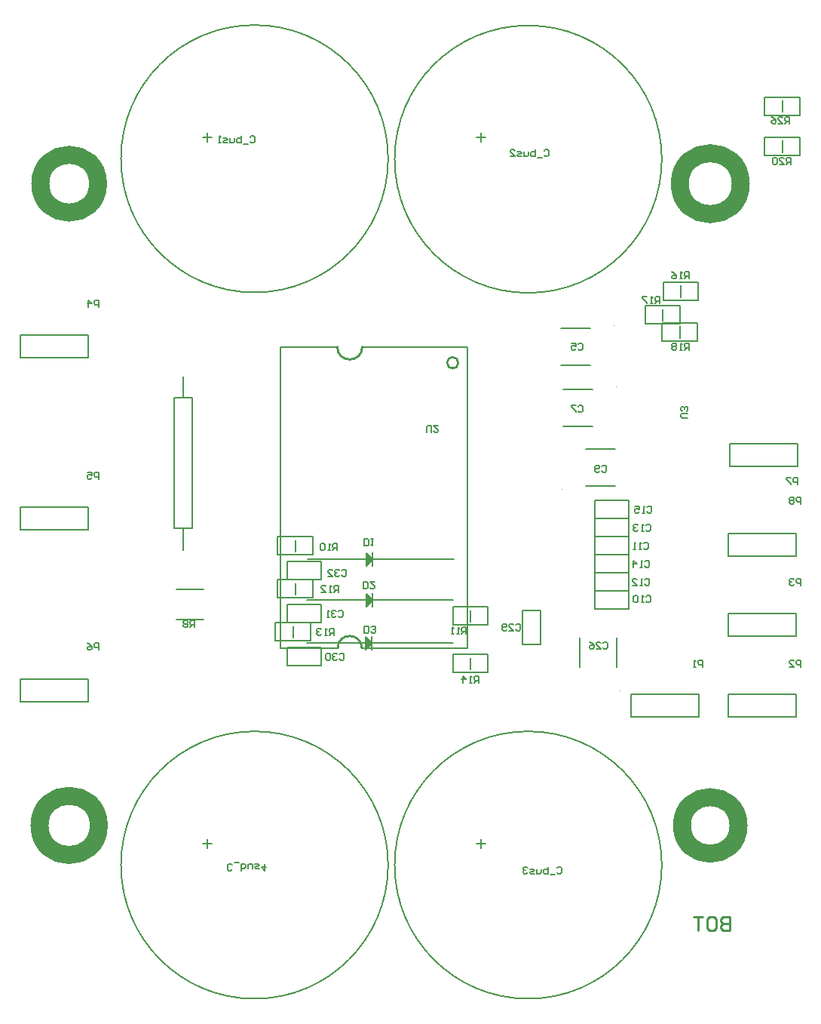
<source format=gbr>
G04 Layer_Color=32896*
%FSLAX26Y26*%
%MOIN*%
%TF.FileFunction,Legend,Bot*%
%TF.Part,Single*%
G01*
G75*
%TA.AperFunction,NonConductor*%
%ADD49C,0.003937*%
%ADD50C,0.010000*%
%ADD51C,0.007874*%
%ADD52C,0.078740*%
%ADD53C,0.005000*%
%ADD54C,0.006000*%
D49*
X3025950Y-2709296D02*
G03*
X3025950Y-2709296I-1968J0D01*
G01*
X2772200Y-1818509D02*
G03*
X2772200Y-1818509I-1968J0D01*
G01*
X3011738Y-1365546D02*
G03*
X3011738Y-1365546I-1968J0D01*
G01*
X3001738Y-1095546D02*
G03*
X3001738Y-1095546I-1968J0D01*
G01*
D50*
X2310992Y-1261086D02*
G03*
X2310992Y-1261086I-25000J0D01*
G01*
X1884143Y-2521086D02*
G03*
X1777841Y-2521086I-53151J0D01*
G01*
X1775992Y-1191086D02*
G03*
X1885992Y-1191086I55000J0D01*
G01*
X3510000Y-3709547D02*
Y-3769528D01*
X3480010D01*
X3470013Y-3759531D01*
Y-3749534D01*
X3480010Y-3739537D01*
X3510000D01*
X3480010D01*
X3470013Y-3729540D01*
Y-3719544D01*
X3480010Y-3709547D01*
X3510000D01*
X3420029D02*
X3440023D01*
X3450019Y-3719544D01*
Y-3759531D01*
X3440023Y-3769528D01*
X3420029D01*
X3410032Y-3759531D01*
Y-3719544D01*
X3420029Y-3709547D01*
X3390039D02*
X3350052D01*
X3370045D01*
Y-3769528D01*
D51*
X2000551Y-3479528D02*
G03*
X2000551Y-3479528I-590551J0D01*
G01*
X3210551D02*
G03*
X3210551Y-3479528I-590551J0D01*
G01*
Y-361527D02*
G03*
X3210551Y-361527I-590551J0D01*
G01*
X2000551Y-359527D02*
G03*
X2000551Y-359527I-590551J0D01*
G01*
X375000Y-1239527D02*
X675000D01*
X375000D02*
Y-1139527D01*
X675000D01*
Y-1239527D02*
Y-1139527D01*
X375000Y-1999027D02*
X675000D01*
X375000D02*
Y-1899027D01*
X675000D01*
Y-1999027D02*
Y-1899027D01*
X375000Y-2758528D02*
X675000D01*
X375000D02*
Y-2658528D01*
X675000D01*
Y-2758528D02*
Y-2658528D01*
X3375000Y-2824528D02*
Y-2724528D01*
X3075000D02*
X3375000D01*
X3075000Y-2824528D02*
Y-2724528D01*
Y-2824528D02*
X3375000D01*
X3804998Y-2824528D02*
Y-2724528D01*
X3504998D02*
X3804998D01*
X3504998Y-2824528D02*
Y-2724528D01*
Y-2824528D02*
X3804998D01*
Y-2469115D02*
Y-2369115D01*
X3504998D02*
X3804998D01*
X3504998Y-2469115D02*
Y-2369115D01*
Y-2469115D02*
X3804998D01*
X3505000Y-2114528D02*
Y-2014527D01*
Y-2114528D02*
X3805000D01*
Y-2014527D01*
X3505000D02*
X3805000D01*
X3290000Y-1150118D02*
Y-1098937D01*
X3215000Y-1075118D02*
Y-1023937D01*
X3295000Y-970118D02*
Y-918937D01*
X3743000Y-330118D02*
Y-278937D01*
Y-153118D02*
Y-101937D01*
X2848307Y-2604488D02*
Y-2474567D01*
X3011693Y-2604488D02*
Y-2474567D01*
X1095000Y-1993000D02*
X1134370D01*
Y-1416228D01*
X1055630D02*
X1134370D01*
X1055630Y-1993000D02*
Y-1416228D01*
Y-1993000D02*
X1095000D01*
Y-1416228D02*
Y-1320756D01*
Y-2088472D02*
Y-1993000D01*
X1064945Y-2261583D02*
X1183055D01*
X1064945Y-2393472D02*
X1183055D01*
X1524220Y-2521086D02*
X1777841D01*
X1884143D02*
X2350992D01*
X1885992Y-1191086D02*
X2350992D01*
X1524220D02*
X1775992D01*
X1524220Y-2521086D02*
Y-1191086D01*
X2350992Y-2521086D02*
Y-1191086D01*
X2365000Y-2615118D02*
Y-2563937D01*
X1580000Y-2475118D02*
Y-2423937D01*
X1590000Y-2285118D02*
Y-2233937D01*
X2365000Y-2405118D02*
Y-2353937D01*
X1590000Y-2095118D02*
Y-2043937D01*
X1919874Y-2508747D02*
Y-2493747D01*
X1914874Y-2511747D02*
Y-2488747D01*
X1907874Y-2518747D02*
Y-2477747D01*
X1928874Y-2529747D02*
Y-2468747D01*
X1900874Y-2527747D02*
Y-2470747D01*
X1924874Y-2494747D01*
X1900874Y-2527747D02*
X1924874Y-2503747D01*
Y-2494747D01*
X1639874Y-2499747D02*
X2286874D01*
X1900874Y-2470747D02*
X1907874Y-2477747D01*
X1922000Y-2318528D02*
Y-2303528D01*
X1917000Y-2321528D02*
Y-2298528D01*
X1910000Y-2328528D02*
Y-2287528D01*
X1931000Y-2339528D02*
Y-2278528D01*
X1903000Y-2337528D02*
Y-2280528D01*
X1927000Y-2304528D01*
X1903000Y-2337528D02*
X1927000Y-2313528D01*
Y-2304528D01*
X1642000Y-2309528D02*
X2289000D01*
X1903000Y-2280528D02*
X1910000Y-2287528D01*
X1923339Y-2138528D02*
Y-2123528D01*
X1918339Y-2141528D02*
Y-2118528D01*
X1911339Y-2148528D02*
Y-2107528D01*
X1932339Y-2159528D02*
Y-2098528D01*
X1904339Y-2157528D02*
Y-2100528D01*
X1928339Y-2124528D01*
X1904339Y-2157528D02*
X1928339Y-2133528D01*
Y-2124528D01*
X1643339Y-2129528D02*
X2290339D01*
X1904339Y-2100528D02*
X1911339Y-2107528D01*
X1180000Y-3384252D02*
X1220000D01*
X1200000Y-3404252D02*
Y-3364252D01*
X2390000Y-3384252D02*
X2430000D01*
X2410000Y-3404252D02*
Y-3364252D01*
X2390000Y-266252D02*
X2430000D01*
X2410000Y-286252D02*
Y-246252D01*
X1180000Y-264252D02*
X1220000D01*
X1200000Y-284252D02*
Y-244252D01*
X2875039Y-1642835D02*
X3004961D01*
X2875039Y-1806220D02*
X3004961D01*
X2775039Y-1541220D02*
X2904961D01*
X2775039Y-1377835D02*
X2904961D01*
X2765039Y-1271220D02*
X2894961D01*
X2765039Y-1107835D02*
X2894961D01*
X3811000Y-1719527D02*
Y-1619527D01*
X3511000D02*
X3811000D01*
X3511000Y-1719527D02*
Y-1619527D01*
Y-1719527D02*
X3811000D01*
D52*
X721369Y-3304528D02*
G03*
X721369Y-3304528I-131015J0D01*
G01*
X3550000D02*
G03*
X3550000Y-3304528I-125000J0D01*
G01*
X3559773Y-469882D02*
G03*
X3559773Y-469882I-134774J0D01*
G01*
X718000D02*
G03*
X718000Y-469882I-127645J0D01*
G01*
D53*
X3367362Y-1164488D02*
Y-1084567D01*
X3212638Y-1164488D02*
X3367362D01*
X3212638D02*
Y-1084567D01*
X3367362D01*
X3137638Y-1089488D02*
Y-1009567D01*
X3292362D01*
Y-1089488D02*
Y-1009567D01*
X3137638Y-1089488D02*
X3292362D01*
X3372362Y-984488D02*
Y-904567D01*
X3217638Y-984488D02*
X3372362D01*
X3217638D02*
Y-904567D01*
X3372362D01*
X3665638Y-344488D02*
Y-264567D01*
X3820362D01*
Y-344488D02*
Y-264567D01*
X3665638Y-344488D02*
X3820362D01*
X3665638Y-167488D02*
Y-87567D01*
X3820362D01*
Y-167488D02*
Y-87567D01*
X3665638Y-167488D02*
X3820362D01*
X2287638Y-2549567D02*
X2442362D01*
X2287638Y-2629488D02*
Y-2549567D01*
Y-2629488D02*
X2442362D01*
Y-2549567D01*
X1502638Y-2489488D02*
X1657362D01*
Y-2409567D01*
X1502638D02*
X1657362D01*
X1502638Y-2489488D02*
Y-2409567D01*
X1512638Y-2299488D02*
X1667362D01*
Y-2219567D01*
X1512638D02*
X1667362D01*
X1512638Y-2299488D02*
Y-2219567D01*
X2287638Y-2419488D02*
X2442362D01*
Y-2339567D01*
X2287638D02*
X2442362D01*
X2287638Y-2419488D02*
Y-2339567D01*
X1512638Y-2109488D02*
X1667362D01*
Y-2029567D01*
X1512638D02*
X1667362D01*
X1512638Y-2109488D02*
Y-2029567D01*
X1554050Y-2220028D02*
Y-2139028D01*
X1705950D01*
X1554050Y-2220028D02*
X1705950D01*
Y-2139028D01*
X1554050Y-2410028D02*
Y-2329028D01*
X1705950D01*
X1554050Y-2410028D02*
X1705950D01*
Y-2329028D01*
X1554050Y-2600028D02*
Y-2519028D01*
X1705950D01*
X1554050Y-2600028D02*
X1705950D01*
Y-2519028D01*
X2594500Y-2353577D02*
X2675500D01*
Y-2505477D02*
Y-2353577D01*
X2594500Y-2505477D02*
Y-2353577D01*
Y-2505477D02*
X2675500D01*
X2914050Y-1950027D02*
Y-1869027D01*
X3065950D01*
X2914050Y-1950027D02*
X3065950D01*
Y-1869027D01*
X2914050Y-2190028D02*
Y-2109028D01*
X3065950D01*
X2914050Y-2190028D02*
X3065950D01*
Y-2109028D01*
X2914050Y-2030027D02*
Y-1949027D01*
X3065950D01*
X2914050Y-2030027D02*
X3065950D01*
Y-1949027D01*
X2914050Y-2270028D02*
Y-2189028D01*
X3065950D01*
X2914050Y-2270028D02*
X3065950D01*
Y-2189028D01*
X2914050Y-2110028D02*
Y-2029027D01*
X3065950D01*
X2914050Y-2110028D02*
X3065950D01*
Y-2029027D01*
X2914050Y-2350028D02*
Y-2269028D01*
X3065950D01*
X2914050Y-2350028D02*
X3065950D01*
Y-2269028D01*
D54*
X2950006Y-2499536D02*
X2955005Y-2494537D01*
X2965002D01*
X2970000Y-2499536D01*
Y-2519529D01*
X2965002Y-2524528D01*
X2955005D01*
X2950006Y-2519529D01*
X2920016Y-2524528D02*
X2940010D01*
X2920016Y-2504534D01*
Y-2499536D01*
X2925015Y-2494537D01*
X2935011D01*
X2940010Y-2499536D01*
X2890026Y-2494537D02*
X2900023Y-2499536D01*
X2910019Y-2509532D01*
Y-2519529D01*
X2905021Y-2524528D01*
X2895024D01*
X2890026Y-2519529D01*
Y-2514531D01*
X2895024Y-2509532D01*
X2910019D01*
X1895000Y-2454518D02*
Y-2424528D01*
X1909995D01*
X1914994Y-2429526D01*
Y-2449519D01*
X1909995Y-2454518D01*
X1895000D01*
X1924990Y-2449519D02*
X1929989Y-2454518D01*
X1939986D01*
X1944984Y-2449519D01*
Y-2444521D01*
X1939986Y-2439523D01*
X1934987D01*
X1939986D01*
X1944984Y-2434524D01*
Y-2429526D01*
X1939986Y-2424528D01*
X1929989D01*
X1924990Y-2429526D01*
X1890000Y-2259518D02*
Y-2229528D01*
X1904995D01*
X1909994Y-2234526D01*
Y-2254519D01*
X1904995Y-2259518D01*
X1890000D01*
X1939984Y-2229528D02*
X1919990D01*
X1939984Y-2249521D01*
Y-2254519D01*
X1934986Y-2259518D01*
X1924989D01*
X1919990Y-2254519D01*
X1895000Y-2069518D02*
Y-2039527D01*
X1909995D01*
X1914994Y-2044526D01*
Y-2064519D01*
X1909995Y-2069518D01*
X1895000D01*
X1924990Y-2039527D02*
X1934987D01*
X1929989D01*
Y-2069518D01*
X1924990Y-2064519D01*
X2345000Y-2459528D02*
Y-2429537D01*
X2330005D01*
X2325006Y-2434536D01*
Y-2444532D01*
X2330005Y-2449531D01*
X2345000D01*
X2335003D02*
X2325006Y-2459528D01*
X2315010D02*
X2305013D01*
X2310011D01*
Y-2429537D01*
X2315010Y-2434536D01*
X2290018Y-2459528D02*
X2280021D01*
X2285019D01*
Y-2429537D01*
X2290018Y-2434536D01*
X1760000Y-2464528D02*
Y-2434537D01*
X1745005D01*
X1740006Y-2439536D01*
Y-2449532D01*
X1745005Y-2454531D01*
X1760000D01*
X1750003D02*
X1740006Y-2464528D01*
X1730010D02*
X1720013D01*
X1725011D01*
Y-2434537D01*
X1730010Y-2439536D01*
X1705018D02*
X1700019Y-2434537D01*
X1690023D01*
X1685024Y-2439536D01*
Y-2444534D01*
X1690023Y-2449532D01*
X1695021D01*
X1690023D01*
X1685024Y-2454531D01*
Y-2459529D01*
X1690023Y-2464528D01*
X1700019D01*
X1705018Y-2459529D01*
X1780000Y-2274528D02*
Y-2244537D01*
X1765005D01*
X1760006Y-2249536D01*
Y-2259532D01*
X1765005Y-2264531D01*
X1780000D01*
X1770003D02*
X1760006Y-2274528D01*
X1750010D02*
X1740013D01*
X1745011D01*
Y-2244537D01*
X1750010Y-2249536D01*
X1705024Y-2274528D02*
X1725018D01*
X1705024Y-2254534D01*
Y-2249536D01*
X1710023Y-2244537D01*
X1720019D01*
X1725018Y-2249536D01*
X1775000Y-2089528D02*
Y-2059537D01*
X1760005D01*
X1755006Y-2064536D01*
Y-2074532D01*
X1760005Y-2079531D01*
X1775000D01*
X1765003D02*
X1755006Y-2089528D01*
X1745010D02*
X1735013D01*
X1740011D01*
Y-2059537D01*
X1745010Y-2064536D01*
X1720018D02*
X1715019Y-2059537D01*
X1705023D01*
X1700024Y-2064536D01*
Y-2084529D01*
X1705023Y-2089528D01*
X1715019D01*
X1720018Y-2084529D01*
Y-2064536D01*
X1795006Y-2179536D02*
X1800005Y-2174537D01*
X1810002D01*
X1815000Y-2179536D01*
Y-2199529D01*
X1810002Y-2204528D01*
X1800005D01*
X1795006Y-2199529D01*
X1785010Y-2179536D02*
X1780011Y-2174537D01*
X1770014D01*
X1765016Y-2179536D01*
Y-2184534D01*
X1770014Y-2189532D01*
X1775013D01*
X1770014D01*
X1765016Y-2194531D01*
Y-2199529D01*
X1770014Y-2204528D01*
X1780011D01*
X1785010Y-2199529D01*
X1735026Y-2204528D02*
X1755019D01*
X1735026Y-2184534D01*
Y-2179536D01*
X1740024Y-2174537D01*
X1750021D01*
X1755019Y-2179536D01*
X1780006Y-2359536D02*
X1785005Y-2354537D01*
X1795002D01*
X1800000Y-2359536D01*
Y-2379529D01*
X1795002Y-2384528D01*
X1785005D01*
X1780006Y-2379529D01*
X1770010Y-2359536D02*
X1765011Y-2354537D01*
X1755014D01*
X1750016Y-2359536D01*
Y-2364534D01*
X1755014Y-2369532D01*
X1760013D01*
X1755014D01*
X1750016Y-2374531D01*
Y-2379529D01*
X1755014Y-2384528D01*
X1765011D01*
X1770010Y-2379529D01*
X1740019Y-2384528D02*
X1730023D01*
X1735021D01*
Y-2354537D01*
X1740019Y-2359536D01*
X1785006Y-2549536D02*
X1790005Y-2544537D01*
X1800002D01*
X1805000Y-2549536D01*
Y-2569529D01*
X1800002Y-2574528D01*
X1790005D01*
X1785006Y-2569529D01*
X1775010Y-2549536D02*
X1770011Y-2544537D01*
X1760014D01*
X1755016Y-2549536D01*
Y-2554534D01*
X1760014Y-2559532D01*
X1765013D01*
X1760014D01*
X1755016Y-2564531D01*
Y-2569529D01*
X1760014Y-2574528D01*
X1770011D01*
X1775010Y-2569529D01*
X1745019Y-2549536D02*
X1740021Y-2544537D01*
X1730024D01*
X1725026Y-2549536D01*
Y-2569529D01*
X1730024Y-2574528D01*
X1740021D01*
X1745019Y-2569529D01*
Y-2549536D01*
X3145006Y-1899536D02*
X3150005Y-1894537D01*
X3160002D01*
X3165000Y-1899536D01*
Y-1919529D01*
X3160002Y-1924527D01*
X3150005D01*
X3145006Y-1919529D01*
X3135010Y-1924527D02*
X3125013D01*
X3130011D01*
Y-1894537D01*
X3135010Y-1899536D01*
X3090024Y-1894537D02*
X3110018D01*
Y-1909532D01*
X3100021Y-1904534D01*
X3095023D01*
X3090024Y-1909532D01*
Y-1919529D01*
X3095023Y-1924527D01*
X3105019D01*
X3110018Y-1919529D01*
X3135006Y-2139536D02*
X3140005Y-2134537D01*
X3150002D01*
X3155000Y-2139536D01*
Y-2159529D01*
X3150002Y-2164528D01*
X3140005D01*
X3135006Y-2159529D01*
X3125010Y-2164528D02*
X3115013D01*
X3120011D01*
Y-2134537D01*
X3125010Y-2139536D01*
X3085023Y-2164528D02*
Y-2134537D01*
X3100018Y-2149532D01*
X3080024D01*
X3140006Y-1979536D02*
X3145005Y-1974537D01*
X3155002D01*
X3160000Y-1979536D01*
Y-1999529D01*
X3155002Y-2004527D01*
X3145005D01*
X3140006Y-1999529D01*
X3130010Y-2004527D02*
X3120013D01*
X3125011D01*
Y-1974537D01*
X3130010Y-1979536D01*
X3105018D02*
X3100019Y-1974537D01*
X3090023D01*
X3085024Y-1979536D01*
Y-1984534D01*
X3090023Y-1989532D01*
X3095021D01*
X3090023D01*
X3085024Y-1994531D01*
Y-1999529D01*
X3090023Y-2004527D01*
X3100019D01*
X3105018Y-1999529D01*
X3135006Y-2219536D02*
X3140005Y-2214537D01*
X3150002D01*
X3155000Y-2219536D01*
Y-2239529D01*
X3150002Y-2244528D01*
X3140005D01*
X3135006Y-2239529D01*
X3125010Y-2244528D02*
X3115013D01*
X3120011D01*
Y-2214537D01*
X3125010Y-2219536D01*
X3080024Y-2244528D02*
X3100018D01*
X3080024Y-2224534D01*
Y-2219536D01*
X3085023Y-2214537D01*
X3095019D01*
X3100018Y-2219536D01*
X3130006Y-2059536D02*
X3135005Y-2054537D01*
X3145002D01*
X3150000Y-2059536D01*
Y-2079529D01*
X3145002Y-2084528D01*
X3135005D01*
X3130006Y-2079529D01*
X3120010Y-2084528D02*
X3110013D01*
X3115011D01*
Y-2054537D01*
X3120010Y-2059536D01*
X3095018Y-2084528D02*
X3085021D01*
X3090019D01*
Y-2054537D01*
X3095018Y-2059536D01*
X3140006Y-2294536D02*
X3145005Y-2289537D01*
X3155002D01*
X3160000Y-2294536D01*
Y-2314529D01*
X3155002Y-2319528D01*
X3145005D01*
X3140006Y-2314529D01*
X3130010Y-2319528D02*
X3120013D01*
X3125011D01*
Y-2289537D01*
X3130010Y-2294536D01*
X3105018D02*
X3100019Y-2289537D01*
X3090023D01*
X3085024Y-2294536D01*
Y-2314529D01*
X3090023Y-2319528D01*
X3100019D01*
X3105018Y-2314529D01*
Y-2294536D01*
X3811000Y-1799527D02*
Y-1769537D01*
X3796005D01*
X3791006Y-1774536D01*
Y-1784532D01*
X3796005Y-1789531D01*
X3811000D01*
X3781010Y-1769537D02*
X3761016D01*
Y-1774536D01*
X3781010Y-1794529D01*
Y-1799527D01*
X720000Y-2529528D02*
Y-2499537D01*
X705005D01*
X700006Y-2504536D01*
Y-2514532D01*
X705005Y-2519531D01*
X720000D01*
X670016Y-2499537D02*
X680013Y-2504536D01*
X690010Y-2514532D01*
Y-2524529D01*
X685011Y-2529528D01*
X675014D01*
X670016Y-2524529D01*
Y-2519531D01*
X675014Y-2514532D01*
X690010D01*
X720000Y-1774527D02*
Y-1744537D01*
X705005D01*
X700006Y-1749536D01*
Y-1759532D01*
X705005Y-1764531D01*
X720000D01*
X670016Y-1744537D02*
X690010D01*
Y-1759532D01*
X680013Y-1754534D01*
X675014D01*
X670016Y-1759532D01*
Y-1769529D01*
X675014Y-1774527D01*
X685011D01*
X690010Y-1769529D01*
X720000Y-1014528D02*
Y-984537D01*
X705005D01*
X700006Y-989536D01*
Y-999532D01*
X705005Y-1004531D01*
X720000D01*
X675014Y-1014528D02*
Y-984537D01*
X690010Y-999532D01*
X670016D01*
X2171732Y-1567817D02*
Y-1542825D01*
X2176731Y-1537827D01*
X2186727D01*
X2191726Y-1542825D01*
Y-1567817D01*
X2221716Y-1537827D02*
X2201723D01*
X2221716Y-1557820D01*
Y-1562819D01*
X2216718Y-1567817D01*
X2206721D01*
X2201723Y-1562819D01*
X2840006Y-1454536D02*
X2845005Y-1449537D01*
X2855002D01*
X2860000Y-1454536D01*
Y-1474529D01*
X2855002Y-1479527D01*
X2845005D01*
X2840006Y-1474529D01*
X2830010Y-1449537D02*
X2810016D01*
Y-1454536D01*
X2830010Y-1474529D01*
Y-1479527D01*
X2840006Y-1179536D02*
X2845005Y-1174537D01*
X2855002D01*
X2860000Y-1179536D01*
Y-1199529D01*
X2855002Y-1204527D01*
X2845005D01*
X2840006Y-1199529D01*
X2810016Y-1174537D02*
X2830010D01*
Y-1189532D01*
X2820013Y-1184534D01*
X2815015D01*
X2810016Y-1189532D01*
Y-1199529D01*
X2815015Y-1204527D01*
X2825011D01*
X2830010Y-1199529D01*
X2945006Y-1719536D02*
X2950005Y-1714537D01*
X2960002D01*
X2965000Y-1719536D01*
Y-1739529D01*
X2960002Y-1744527D01*
X2950005D01*
X2945006Y-1739529D01*
X2935010D02*
X2930011Y-1744527D01*
X2920015D01*
X2915016Y-1739529D01*
Y-1719536D01*
X2920015Y-1714537D01*
X2930011D01*
X2935010Y-1719536D01*
Y-1724534D01*
X2930011Y-1729532D01*
X2915016D01*
X2690006Y-324536D02*
X2695005Y-319537D01*
X2705002D01*
X2710000Y-324536D01*
Y-344529D01*
X2705002Y-349527D01*
X2695005D01*
X2690006Y-344529D01*
X2680010Y-354526D02*
X2660016D01*
X2650019Y-319537D02*
Y-349527D01*
X2635024D01*
X2630026Y-344529D01*
Y-339531D01*
Y-334532D01*
X2635024Y-329534D01*
X2650019D01*
X2620029D02*
Y-344529D01*
X2615031Y-349527D01*
X2600036D01*
Y-329534D01*
X2590039Y-349527D02*
X2575044D01*
X2570045Y-344529D01*
X2575044Y-339531D01*
X2585040D01*
X2590039Y-334532D01*
X2585040Y-329534D01*
X2570045D01*
X2540055Y-349527D02*
X2560048D01*
X2540055Y-329534D01*
Y-324536D01*
X2545053Y-319537D01*
X2555050D01*
X2560048Y-324536D01*
X1390006Y-264536D02*
X1395005Y-259537D01*
X1405002D01*
X1410000Y-264536D01*
Y-284529D01*
X1405002Y-289527D01*
X1395005D01*
X1390006Y-284529D01*
X1380010Y-294526D02*
X1360016D01*
X1350019Y-259537D02*
Y-289527D01*
X1335024D01*
X1330026Y-284529D01*
Y-279531D01*
Y-274532D01*
X1335024Y-269534D01*
X1350019D01*
X1320029D02*
Y-284529D01*
X1315031Y-289527D01*
X1300036D01*
Y-269534D01*
X1290039Y-289527D02*
X1275044D01*
X1270045Y-284529D01*
X1275044Y-279531D01*
X1285040D01*
X1290039Y-274532D01*
X1285040Y-269534D01*
X1270045D01*
X1260049Y-289527D02*
X1250052D01*
X1255050D01*
Y-259537D01*
X1260049Y-264536D01*
X1309994Y-3499519D02*
X1304995Y-3504518D01*
X1294998D01*
X1290000Y-3499519D01*
Y-3479526D01*
X1294998Y-3474528D01*
X1304995D01*
X1309994Y-3479526D01*
X1319990Y-3469529D02*
X1339984D01*
X1349981Y-3504518D02*
Y-3474528D01*
X1364976D01*
X1369974Y-3479526D01*
Y-3484524D01*
Y-3489523D01*
X1364976Y-3494521D01*
X1349981D01*
X1379971D02*
Y-3479526D01*
X1384969Y-3474528D01*
X1399964D01*
Y-3494521D01*
X1409961Y-3474528D02*
X1424956D01*
X1429955Y-3479526D01*
X1424956Y-3484524D01*
X1414960D01*
X1409961Y-3489523D01*
X1414960Y-3494521D01*
X1429955D01*
X1454947Y-3474528D02*
Y-3504518D01*
X1439951Y-3489523D01*
X1459945D01*
X2746747Y-3492795D02*
X2751745Y-3487797D01*
X2761742D01*
X2766740Y-3492795D01*
Y-3512789D01*
X2761742Y-3517787D01*
X2751745D01*
X2746747Y-3512789D01*
X2736750Y-3522786D02*
X2716756D01*
X2706760Y-3487797D02*
Y-3517787D01*
X2691764D01*
X2686766Y-3512789D01*
Y-3507791D01*
Y-3502792D01*
X2691764Y-3497794D01*
X2706760D01*
X2676769D02*
Y-3512789D01*
X2671771Y-3517787D01*
X2656776D01*
Y-3497794D01*
X2646779Y-3517787D02*
X2631784D01*
X2626785Y-3512789D01*
X2631784Y-3507791D01*
X2641781D01*
X2646779Y-3502792D01*
X2641781Y-3497794D01*
X2626785D01*
X2616789Y-3492795D02*
X2611790Y-3487797D01*
X2601794D01*
X2596795Y-3492795D01*
Y-3497794D01*
X2601794Y-3502792D01*
X2606792D01*
X2601794D01*
X2596795Y-3507791D01*
Y-3512789D01*
X2601794Y-3517787D01*
X2611790D01*
X2616789Y-3512789D01*
X1145000Y-2429528D02*
Y-2399537D01*
X1130005D01*
X1125006Y-2404536D01*
Y-2414532D01*
X1130005Y-2419531D01*
X1145000D01*
X1135003D02*
X1125006Y-2429528D01*
X1115010Y-2404536D02*
X1110011Y-2399537D01*
X1100014D01*
X1095016Y-2404536D01*
Y-2409534D01*
X1100014Y-2414532D01*
X1095016Y-2419531D01*
Y-2424529D01*
X1100014Y-2429528D01*
X1110011D01*
X1115010Y-2424529D01*
Y-2419531D01*
X1110011Y-2414532D01*
X1115010Y-2409534D01*
Y-2404536D01*
X1110011Y-2414532D02*
X1100014D01*
X3325990Y-1504527D02*
X3300998D01*
X3296000Y-1499529D01*
Y-1489532D01*
X3300998Y-1484534D01*
X3325990D01*
X3320992Y-1474537D02*
X3325990Y-1469539D01*
Y-1459542D01*
X3320992Y-1454544D01*
X3315994D01*
X3310995Y-1459542D01*
Y-1464540D01*
Y-1459542D01*
X3305997Y-1454544D01*
X3300998D01*
X3296000Y-1459542D01*
Y-1469539D01*
X3300998Y-1474537D01*
X2400000Y-2674528D02*
Y-2644537D01*
X2385005D01*
X2380006Y-2649536D01*
Y-2659532D01*
X2385005Y-2664531D01*
X2400000D01*
X2390003D02*
X2380006Y-2674528D01*
X2370010D02*
X2360013D01*
X2365011D01*
Y-2644537D01*
X2370010Y-2649536D01*
X2330023Y-2674528D02*
Y-2644537D01*
X2345018Y-2659532D01*
X2325024D01*
X2565006Y-2419536D02*
X2570005Y-2414537D01*
X2580002D01*
X2585000Y-2419536D01*
Y-2439529D01*
X2580002Y-2444528D01*
X2570005D01*
X2565006Y-2439529D01*
X2535016Y-2444528D02*
X2555010D01*
X2535016Y-2424534D01*
Y-2419536D01*
X2540015Y-2414537D01*
X2550011D01*
X2555010Y-2419536D01*
X2525019Y-2439529D02*
X2520021Y-2444528D01*
X2510024D01*
X2505026Y-2439529D01*
Y-2419536D01*
X2510024Y-2414537D01*
X2520021D01*
X2525019Y-2419536D01*
Y-2424534D01*
X2520021Y-2429532D01*
X2505026D01*
X3780000Y-384527D02*
Y-354537D01*
X3765005D01*
X3760006Y-359536D01*
Y-369532D01*
X3765005Y-374531D01*
X3780000D01*
X3770003D02*
X3760006Y-384527D01*
X3730016D02*
X3750010D01*
X3730016Y-364534D01*
Y-359536D01*
X3735015Y-354537D01*
X3745011D01*
X3750010Y-359536D01*
X3720019D02*
X3715021Y-354537D01*
X3705024D01*
X3700026Y-359536D01*
Y-379529D01*
X3705024Y-384527D01*
X3715021D01*
X3720019Y-379529D01*
Y-359536D01*
X3775000Y-204528D02*
Y-174537D01*
X3760005D01*
X3755006Y-179536D01*
Y-189532D01*
X3760005Y-194531D01*
X3775000D01*
X3765003D02*
X3755006Y-204528D01*
X3725016D02*
X3745010D01*
X3725016Y-184534D01*
Y-179536D01*
X3730015Y-174537D01*
X3740011D01*
X3745010Y-179536D01*
X3695026Y-174537D02*
X3705023Y-179536D01*
X3715019Y-189532D01*
Y-199529D01*
X3710021Y-204528D01*
X3700024D01*
X3695026Y-199529D01*
Y-194531D01*
X3700024Y-189532D01*
X3715019D01*
X3825000Y-1884527D02*
Y-1854537D01*
X3810005D01*
X3805006Y-1859536D01*
Y-1869532D01*
X3810005Y-1874531D01*
X3825000D01*
X3795010Y-1859536D02*
X3790011Y-1854537D01*
X3780015D01*
X3775016Y-1859536D01*
Y-1864534D01*
X3780015Y-1869532D01*
X3775016Y-1874531D01*
Y-1879529D01*
X3780015Y-1884527D01*
X3790011D01*
X3795010Y-1879529D01*
Y-1874531D01*
X3790011Y-1869532D01*
X3795010Y-1864534D01*
Y-1859536D01*
X3790011Y-1869532D02*
X3780015D01*
X3330000Y-889528D02*
Y-859537D01*
X3315005D01*
X3310006Y-864536D01*
Y-874532D01*
X3315005Y-879531D01*
X3330000D01*
X3320003D02*
X3310006Y-889528D01*
X3300010D02*
X3290013D01*
X3295011D01*
Y-859537D01*
X3300010Y-864536D01*
X3255024Y-859537D02*
X3265021Y-864536D01*
X3275018Y-874532D01*
Y-884529D01*
X3270019Y-889528D01*
X3260023D01*
X3255024Y-884529D01*
Y-879531D01*
X3260023Y-874532D01*
X3275018D01*
X3200000Y-999528D02*
Y-969537D01*
X3185005D01*
X3180006Y-974536D01*
Y-984532D01*
X3185005Y-989531D01*
X3200000D01*
X3190003D02*
X3180006Y-999528D01*
X3170010D02*
X3160013D01*
X3165011D01*
Y-969537D01*
X3170010Y-974536D01*
X3145018Y-969537D02*
X3125024D01*
Y-974536D01*
X3145018Y-994529D01*
Y-999528D01*
X3330000Y-1204527D02*
Y-1174537D01*
X3315005D01*
X3310006Y-1179536D01*
Y-1189532D01*
X3315005Y-1194531D01*
X3330000D01*
X3320003D02*
X3310006Y-1204527D01*
X3300010D02*
X3290013D01*
X3295011D01*
Y-1174537D01*
X3300010Y-1179536D01*
X3275018D02*
X3270019Y-1174537D01*
X3260023D01*
X3255024Y-1179536D01*
Y-1184534D01*
X3260023Y-1189532D01*
X3255024Y-1194531D01*
Y-1199529D01*
X3260023Y-1204527D01*
X3270019D01*
X3275018Y-1199529D01*
Y-1194531D01*
X3270019Y-1189532D01*
X3275018Y-1184534D01*
Y-1179536D01*
X3270019Y-1189532D02*
X3260023D01*
X3825000Y-2604528D02*
Y-2574537D01*
X3810005D01*
X3805006Y-2579536D01*
Y-2589532D01*
X3810005Y-2594531D01*
X3825000D01*
X3775016Y-2604528D02*
X3795010D01*
X3775016Y-2584534D01*
Y-2579536D01*
X3780015Y-2574537D01*
X3790011D01*
X3795010Y-2579536D01*
X3825000Y-2244528D02*
Y-2214537D01*
X3810005D01*
X3805006Y-2219536D01*
Y-2229532D01*
X3810005Y-2234531D01*
X3825000D01*
X3795010Y-2219536D02*
X3790011Y-2214537D01*
X3780015D01*
X3775016Y-2219536D01*
Y-2224534D01*
X3780015Y-2229532D01*
X3785013D01*
X3780015D01*
X3775016Y-2234531D01*
Y-2239529D01*
X3780015Y-2244528D01*
X3790011D01*
X3795010Y-2239529D01*
X3390000Y-2604528D02*
Y-2574537D01*
X3375005D01*
X3370006Y-2579536D01*
Y-2589532D01*
X3375005Y-2594531D01*
X3390000D01*
X3360010Y-2604528D02*
X3350013D01*
X3355011D01*
Y-2574537D01*
X3360010Y-2579536D01*
%TF.MD5,8a0be552dc45bdadc96f6ff09e83c585*%
M02*

</source>
